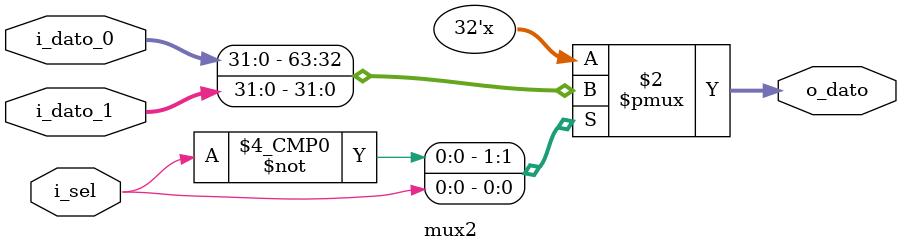
<source format=v>
`timescale 1ns / 1ps

module mux2 #(
    parameter BUS_WIDTH = 32
    )(
    input wire i_sel,
    input wire [BUS_WIDTH-1:0] i_dato_0,
    input wire [BUS_WIDTH-1:0] i_dato_1,
        
    output reg [BUS_WIDTH-1:0] o_dato  
    );

    // No lleva clock
    always @(*) begin
        case (i_sel)
            0: o_dato = i_dato_0;
            1: o_dato = i_dato_1;

        default: o_dato = i_dato_0;
     endcase
end
   
endmodule
</source>
